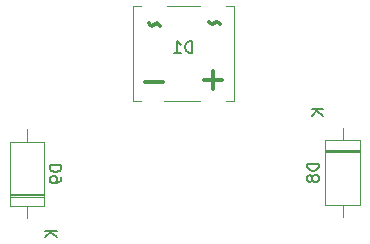
<source format=gbr>
G04 #@! TF.GenerationSoftware,KiCad,Pcbnew,(5.1.5)-3*
G04 #@! TF.CreationDate,2020-02-27T01:05:18-05:00*
G04 #@! TF.ProjectId,power_supply,706f7765-725f-4737-9570-706c792e6b69,rev?*
G04 #@! TF.SameCoordinates,Original*
G04 #@! TF.FileFunction,Legend,Bot*
G04 #@! TF.FilePolarity,Positive*
%FSLAX46Y46*%
G04 Gerber Fmt 4.6, Leading zero omitted, Abs format (unit mm)*
G04 Created by KiCad (PCBNEW (5.1.5)-3) date 2020-02-27 01:05:18*
%MOMM*%
%LPD*%
G04 APERTURE LIST*
%ADD10C,0.120000*%
%ADD11C,0.150000*%
%ADD12C,0.500000*%
%ADD13C,0.300000*%
G04 APERTURE END LIST*
D10*
X34280000Y24890000D02*
X37220000Y24890000D01*
X37220000Y24890000D02*
X37220000Y19450000D01*
X37220000Y19450000D02*
X34280000Y19450000D01*
X34280000Y19450000D02*
X34280000Y24890000D01*
X35750000Y25910000D02*
X35750000Y24890000D01*
X35750000Y18430000D02*
X35750000Y19450000D01*
X34280000Y23990000D02*
X37220000Y23990000D01*
X34280000Y23870000D02*
X37220000Y23870000D01*
X34280000Y24110000D02*
X37220000Y24110000D01*
X10470000Y20140000D02*
X7530000Y20140000D01*
X10470000Y20380000D02*
X7530000Y20380000D01*
X10470000Y20260000D02*
X7530000Y20260000D01*
X9000000Y25820000D02*
X9000000Y24800000D01*
X9000000Y18340000D02*
X9000000Y19360000D01*
X10470000Y24800000D02*
X10470000Y19360000D01*
X7530000Y24800000D02*
X10470000Y24800000D01*
X7530000Y19360000D02*
X7530000Y24800000D01*
X10470000Y19360000D02*
X7530000Y19360000D01*
X18000000Y28250000D02*
X18000000Y36250000D01*
X26500000Y36250000D02*
X26500000Y28250000D01*
X18000000Y28250000D02*
X18650000Y28250000D01*
X20650000Y28250000D02*
X23650000Y28250000D01*
X25850000Y28250000D02*
X26450000Y28250000D01*
X26450000Y28250000D02*
X26500000Y28250000D01*
X18650000Y36250000D02*
X18000000Y36250000D01*
X20850000Y36250000D02*
X23650000Y36250000D01*
X25850000Y36250000D02*
X26500000Y36250000D01*
D11*
X33732380Y22908095D02*
X32732380Y22908095D01*
X32732380Y22670000D01*
X32780000Y22527142D01*
X32875238Y22431904D01*
X32970476Y22384285D01*
X33160952Y22336666D01*
X33303809Y22336666D01*
X33494285Y22384285D01*
X33589523Y22431904D01*
X33684761Y22527142D01*
X33732380Y22670000D01*
X33732380Y22908095D01*
X33160952Y21765238D02*
X33113333Y21860476D01*
X33065714Y21908095D01*
X32970476Y21955714D01*
X32922857Y21955714D01*
X32827619Y21908095D01*
X32780000Y21860476D01*
X32732380Y21765238D01*
X32732380Y21574761D01*
X32780000Y21479523D01*
X32827619Y21431904D01*
X32922857Y21384285D01*
X32970476Y21384285D01*
X33065714Y21431904D01*
X33113333Y21479523D01*
X33160952Y21574761D01*
X33160952Y21765238D01*
X33208571Y21860476D01*
X33256190Y21908095D01*
X33351428Y21955714D01*
X33541904Y21955714D01*
X33637142Y21908095D01*
X33684761Y21860476D01*
X33732380Y21765238D01*
X33732380Y21574761D01*
X33684761Y21479523D01*
X33637142Y21431904D01*
X33541904Y21384285D01*
X33351428Y21384285D01*
X33256190Y21431904D01*
X33208571Y21479523D01*
X33160952Y21574761D01*
X34102380Y27511904D02*
X33102380Y27511904D01*
X34102380Y26940476D02*
X33530952Y27369047D01*
X33102380Y26940476D02*
X33673809Y27511904D01*
X11922380Y22818095D02*
X10922380Y22818095D01*
X10922380Y22580000D01*
X10970000Y22437142D01*
X11065238Y22341904D01*
X11160476Y22294285D01*
X11350952Y22246666D01*
X11493809Y22246666D01*
X11684285Y22294285D01*
X11779523Y22341904D01*
X11874761Y22437142D01*
X11922380Y22580000D01*
X11922380Y22818095D01*
X11922380Y21770476D02*
X11922380Y21580000D01*
X11874761Y21484761D01*
X11827142Y21437142D01*
X11684285Y21341904D01*
X11493809Y21294285D01*
X11112857Y21294285D01*
X11017619Y21341904D01*
X10970000Y21389523D01*
X10922380Y21484761D01*
X10922380Y21675238D01*
X10970000Y21770476D01*
X11017619Y21818095D01*
X11112857Y21865714D01*
X11350952Y21865714D01*
X11446190Y21818095D01*
X11493809Y21770476D01*
X11541428Y21675238D01*
X11541428Y21484761D01*
X11493809Y21389523D01*
X11446190Y21341904D01*
X11350952Y21294285D01*
X11552380Y17261904D02*
X10552380Y17261904D01*
X11552380Y16690476D02*
X10980952Y17119047D01*
X10552380Y16690476D02*
X11123809Y17261904D01*
X22988095Y32297619D02*
X22988095Y33297619D01*
X22750000Y33297619D01*
X22607142Y33250000D01*
X22511904Y33154761D01*
X22464285Y33059523D01*
X22416666Y32869047D01*
X22416666Y32726190D01*
X22464285Y32535714D01*
X22511904Y32440476D01*
X22607142Y32345238D01*
X22750000Y32297619D01*
X22988095Y32297619D01*
X21464285Y32297619D02*
X22035714Y32297619D01*
X21750000Y32297619D02*
X21750000Y33297619D01*
X21845238Y33154761D01*
X21940476Y33059523D01*
X22035714Y33011904D01*
D12*
D13*
X25511904Y30007142D02*
X23988095Y30007142D01*
X24750000Y29245238D02*
X24750000Y30769047D01*
X20511904Y29807142D02*
X18988095Y29807142D01*
D11*
D13*
X20273809Y34607142D02*
X20178571Y34702380D01*
X19988095Y34797619D01*
X19607142Y34607142D01*
X19416666Y34702380D01*
X19321428Y34797619D01*
X25373809Y34707142D02*
X25278571Y34802380D01*
X25088095Y34897619D01*
X24707142Y34707142D01*
X24516666Y34802380D01*
X24421428Y34897619D01*
M02*

</source>
